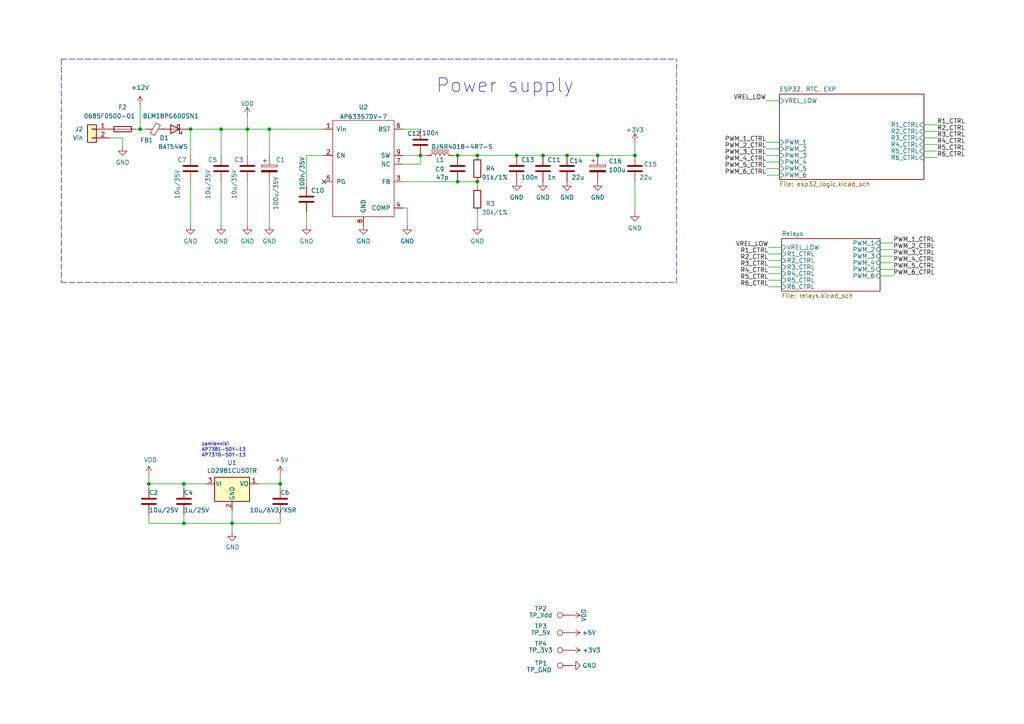
<source format=kicad_sch>
(kicad_sch (version 20211123) (generator eeschema)
  (paper "A4")
  (lib_symbols
    (symbol "Connector:TestPoint" (pin_numbers hide) (pin_names (offset 0.762) hide)
      (property "Reference" "TP" (at 0 6.858 0))
      (property "Value" "TestPoint" (at 0 5.08 0))
      (symbol "TestPoint_0_1"
        (circle (center 0 3.302) (radius 0.762))
      )
      (symbol "TestPoint_1_1"
        (pin passive line (at 0 0 90) (length 2.54) (name "1") (number "1"))
      )
    )
    (symbol "Connector_Generic:Conn_01x02" (pin_names (offset 1.016) hide)
      (property "Reference" "J" (at 0 2.54 0))
      (property "Value" "Conn_01x02" (at 0 -5.08 0))
      (symbol "Conn_01x02_1_1"
        (rectangle (start -1.27 -2.413) (end 0 -2.667) (stroke (width 0.1524)))
        (rectangle (start -1.27 0.127) (end 0 -0.127) (stroke (width 0.1524)))
        (rectangle (start -1.27 1.27) (end 1.27 -3.81) (stroke (width 0.254)) (fill (type background)))
        (pin passive line (at -5.08 0 0) (length 3.81) (name "Pin_1") (number "1"))
        (pin passive line (at -5.08 -2.54 0) (length 3.81) (name "Pin_2") (number "2"))
      )
    )
    (symbol "Device:C" (pin_numbers hide) (pin_names (offset 0.254))
      (property "Reference" "C" (at 0.635 2.54 0))
      (property "Value" "C" (at 0.635 -2.54 0))
      (symbol "C_0_1"
        (polyline (pts (xy -2.032 -0.762) (xy 2.032 -0.762)) (stroke (width 0.508)))
        (polyline (pts (xy -2.032 0.762) (xy 2.032 0.762)) (stroke (width 0.508)))
      )
      (symbol "C_1_1"
        (pin passive line (at 0 3.81 270) (length 2.794) (name "~") (number "1"))
        (pin passive line (at 0 -3.81 90) (length 2.794) (name "~") (number "2"))
      )
    )
    (symbol "Device:C_Polarized" (pin_numbers hide) (pin_names (offset 0.254))
      (property "Reference" "C" (at 0.635 2.54 0))
      (property "Value" "C_Polarized" (at 0.635 -2.54 0))
      (symbol "C_Polarized_0_1"
        (rectangle (start -2.286 0.508) (end 2.286 1.016))
        (polyline (pts (xy -1.778 2.286) (xy -0.762 2.286)))
        (polyline (pts (xy -1.27 2.794) (xy -1.27 1.778)))
        (rectangle (start 2.286 -0.508) (end -2.286 -1.016) (fill (type outline)))
      )
      (symbol "C_Polarized_1_1"
        (pin passive line (at 0 3.81 270) (length 2.794) (name "~") (number "1"))
        (pin passive line (at 0 -3.81 90) (length 2.794) (name "~") (number "2"))
      )
    )
    (symbol "Device:D_Schottky" (pin_numbers hide) (pin_names (offset 1.016) hide)
      (property "Reference" "D" (at 0 2.54 0))
      (property "Value" "D_Schottky" (at 0 -2.54 0))
      (symbol "D_Schottky_0_1"
        (polyline (pts (xy 1.27 0) (xy -1.27 0)))
        (polyline (pts (xy 1.27 1.27) (xy 1.27 -1.27) (xy -1.27 0) (xy 1.27 1.27)) (stroke (width 0.254)))
        (polyline (pts (xy -1.905 0.635) (xy -1.905 1.27) (xy -1.27 1.27) (xy -1.27 -1.27) (xy -0.635 -1.27) (xy -0.635 -0.635)) (stroke (width 0.254)))
      )
      (symbol "D_Schottky_1_1"
        (pin passive line (at -3.81 0 0) (length 2.54) (name "K") (number "1"))
        (pin passive line (at 3.81 0 180) (length 2.54) (name "A") (number "2"))
      )
    )
    (symbol "Device:FerriteBead_Small" (pin_numbers hide) (pin_names (offset 0))
      (property "Reference" "FB" (at 1.905 1.27 0))
      (property "Value" "FerriteBead_Small" (at 1.905 -1.27 0))
      (symbol "FerriteBead_Small_0_1"
        (polyline (pts (xy 0 -1.27) (xy 0 -0.7874)))
        (polyline (pts (xy 0 0.889) (xy 0 1.2954)))
        (polyline (pts (xy -1.8288 0.2794) (xy -1.1176 1.4986) (xy 1.8288 -0.2032) (xy 1.1176 -1.4224) (xy -1.8288 0.2794)))
      )
      (symbol "FerriteBead_Small_1_1"
        (pin passive line (at 0 2.54 270) (length 1.27) (name "~") (number "1"))
        (pin passive line (at 0 -2.54 90) (length 1.27) (name "~") (number "2"))
      )
    )
    (symbol "Device:Fuse" (pin_numbers hide) (pin_names (offset 0))
      (property "Reference" "F" (at 2.032 0 90))
      (property "Value" "Fuse" (at -1.905 0 90))
      (symbol "Fuse_0_1"
        (rectangle (start -0.762 -2.54) (end 0.762 2.54) (stroke (width 0.254)))
        (polyline (pts (xy 0 2.54) (xy 0 -2.54)))
      )
      (symbol "Fuse_1_1"
        (pin passive line (at 0 3.81 270) (length 1.27) (name "~") (number "1"))
        (pin passive line (at 0 -3.81 90) (length 1.27) (name "~") (number "2"))
      )
    )
    (symbol "Device:L_Iron" (pin_numbers hide) (pin_names (offset 1.016) hide)
      (property "Reference" "L" (at -1.27 0 90))
      (property "Value" "L_Iron" (at 2.794 0 90))
      (symbol "L_Iron_0_1"
        (arc (start 0 -2.54) (mid 0.635 -1.905) (end 0 -1.27))
        (arc (start 0 -1.27) (mid 0.635 -0.635) (end 0 0))
        (polyline (pts (xy 1.016 2.54) (xy 1.016 -2.54)))
        (polyline (pts (xy 1.524 -2.54) (xy 1.524 2.54)))
        (arc (start 0 0) (mid 0.635 0.635) (end 0 1.27))
        (arc (start 0 1.27) (mid 0.635 1.905) (end 0 2.54))
      )
      (symbol "L_Iron_1_1"
        (pin passive line (at 0 3.81 270) (length 1.27) (name "1") (number "1"))
        (pin passive line (at 0 -3.81 90) (length 1.27) (name "2") (number "2"))
      )
    )
    (symbol "Device:R" (pin_numbers hide) (pin_names (offset 0))
      (property "Reference" "R" (at 2.032 0 90))
      (property "Value" "R" (at 0 0 90))
      (symbol "R_0_1"
        (rectangle (start -1.016 -2.54) (end 1.016 2.54) (stroke (width 0.254)))
      )
      (symbol "R_1_1"
        (pin passive line (at 0 3.81 270) (length 1.27) (name "~") (number "1"))
        (pin passive line (at 0 -3.81 90) (length 1.27) (name "~") (number "2"))
      )
    )
    (symbol "imd8pbf_v2-rescue:AP7381-50Y-13-PIOTR" (pin_names (offset 0.254))
      (property "Reference" "U" (at -3.81 3.175 0))
      (property "Value" "AP7381-50Y-13-PIOTR" (at 0 3.175 0))
      (symbol "AP7381-50Y-13-PIOTR_0_1"
        (rectangle (start -5.08 -5.08) (end 5.08 1.905) (stroke (width 0.254)) (fill (type background)))
      )
      (symbol "AP7381-50Y-13-PIOTR_1_1"
        (pin power_out line (at 7.62 0 180) (length 2.54) (name "VO") (number "1"))
        (pin power_in line (at 0 -7.62 90) (length 2.54) (name "GND") (number "2"))
        (pin power_in line (at -7.62 0 0) (length 2.54) (name "VI") (number "3"))
      )
    )
    (symbol "piotrf:AP63356_AP63357" (pin_names (offset 1.016))
      (property "Reference" "U" (at 0 0 0))
      (property "Value" "AP63356_AP63357" (at 0 0 0))
      (symbol "AP63356_AP63357_0_1"
        (rectangle (start -8.89 -2.54) (end 8.89 -30.48))
      )
      (symbol "AP63356_AP63357_1_1"
        (pin power_in line (at -11.43 -5.08 0) (length 2.54) (name "Vin") (number "1"))
        (pin input line (at -11.43 -12.7 0) (length 2.54) (name "EN") (number "2"))
        (pin input line (at 11.43 -20.32 180) (length 2.54) (name "FB") (number "3"))
        (pin passive line (at 11.43 -27.94 180) (length 2.54) (name "COMP") (number "4"))
        (pin open_collector line (at -11.43 -20.32 0) (length 2.54) (name "PG") (number "5"))
        (pin input line (at 11.43 -5.08 180) (length 2.54) (name "BST") (number "6"))
        (pin passive line (at 11.43 -15.24 180) (length 2.54) (name "NC") (number "7"))
        (pin power_out line (at 0 -33.02 90) (length 2.54) (name "GND") (number "8"))
        (pin power_out line (at 11.43 -12.7 180) (length 2.54) (name "SW") (number "9"))
      )
    )
    (symbol "power:+12V" (power) (pin_names (offset 0))
      (property "Value" "+12V" (at 0 3.556 0))
      (symbol "+12V_0_1"
        (polyline (pts (xy -0.762 1.27) (xy 0 2.54)))
        (polyline (pts (xy 0 0) (xy 0 2.54)))
        (polyline (pts (xy 0 2.54) (xy 0.762 1.27)))
      )
      (symbol "+12V_1_1"
        (pin power_in line (at 0 0 90) (length 0) hide (name "+12V") (number "1"))
      )
    )
    (symbol "power:+3V3" (power) (pin_names (offset 0))
      (property "Value" "+3V3" (at 0 3.556 0))
      (symbol "+3V3_0_1"
        (polyline (pts (xy -0.762 1.27) (xy 0 2.54)))
        (polyline (pts (xy 0 0) (xy 0 2.54)))
        (polyline (pts (xy 0 2.54) (xy 0.762 1.27)))
      )
      (symbol "+3V3_1_1"
        (pin power_in line (at 0 0 90) (length 0) hide (name "+3V3") (number "1"))
      )
    )
    (symbol "power:+5V" (power) (pin_names (offset 0))
      (property "Value" "+5V" (at 0 3.556 0))
      (symbol "+5V_0_1"
        (polyline (pts (xy -0.762 1.27) (xy 0 2.54)))
        (polyline (pts (xy 0 0) (xy 0 2.54)))
        (polyline (pts (xy 0 2.54) (xy 0.762 1.27)))
      )
      (symbol "+5V_1_1"
        (pin power_in line (at 0 0 90) (length 0) hide (name "+5V") (number "1"))
      )
    )
    (symbol "power:GND" (power) (pin_names (offset 0))
      (property "Value" "GND" (at 0 -3.81 0))
      (symbol "GND_0_1"
        (polyline (pts (xy 0 0) (xy 0 -1.27) (xy 1.27 -1.27) (xy 0 -2.54) (xy -1.27 -1.27) (xy 0 -1.27)))
      )
      (symbol "GND_1_1"
        (pin power_in line (at 0 0 270) (length 0) hide (name "GND") (number "1"))
      )
    )
    (symbol "power:VDD" (power) (pin_names (offset 0))
      (property "Value" "VDD" (at 0 3.81 0))
      (symbol "VDD_0_1"
        (polyline (pts (xy -0.762 1.27) (xy 0 2.54)))
        (polyline (pts (xy 0 0) (xy 0 2.54)))
        (polyline (pts (xy 0 2.54) (xy 0.762 1.27)))
      )
      (symbol "VDD_1_1"
        (pin power_in line (at 0 0 90) (length 0) hide (name "VDD") (number "1"))
      )
    )
  )
  (junction (at 138.43 45.085))
  (junction (at 67.31 151.765))
  (junction (at 43.18 140.335))
  (junction (at 64.135 37.465))
  (junction (at 53.34 140.335))
  (junction (at 173.355 45.085))
  (junction (at 132.715 52.705))
  (junction (at 71.755 37.465))
  (junction (at 81.28 140.335))
  (junction (at 132.715 45.085))
  (junction (at 55.245 37.465))
  (junction (at 138.43 52.705))
  (junction (at 53.34 151.765))
  (junction (at 121.92 45.085))
  (junction (at 164.465 45.085))
  (junction (at 78.105 37.465))
  (junction (at 184.15 45.085))
  (junction (at 40.64 37.465))
  (junction (at 157.48 45.085))
  (junction (at 149.86 45.085))
  (no_connect (at 93.98 52.705))
  (wire (pts (xy 222.25 45.085) (xy 226.06 45.085)))
  (wire (pts (xy 71.755 37.465) (xy 71.755 45.085)))
  (wire (pts (xy 40.64 30.48) (xy 40.64 37.465)))
  (wire (pts (xy 43.18 137.795) (xy 43.18 140.335)))
  (wire (pts (xy 64.135 37.465) (xy 71.755 37.465)))
  (wire (pts (xy 43.18 149.225) (xy 43.18 151.765)))
  (wire (pts (xy 149.86 45.085) (xy 157.48 45.085)))
  (wire (pts (xy 55.245 37.465) (xy 55.245 45.085)))
  (wire (pts (xy 35.56 40.005) (xy 35.56 42.545)))
  (wire (pts (xy 71.755 33.655) (xy 71.755 37.465)))
  (wire (pts (xy 157.48 45.085) (xy 164.465 45.085)))
  (wire (pts (xy 271.78 41.91) (xy 267.97 41.91)))
  (wire (pts (xy 31.75 40.005) (xy 35.56 40.005)))
  (wire (pts (xy 222.25 41.275) (xy 226.06 41.275)))
  (wire (pts (xy 121.92 47.625) (xy 116.84 47.625)))
  (polyline (pts (xy 17.78 81.915) (xy 196.215 81.915)))
  (wire (pts (xy 74.93 140.335) (xy 81.28 140.335)))
  (wire (pts (xy 40.64 37.465) (xy 39.37 37.465)))
  (polyline (pts (xy 17.78 17.145) (xy 17.78 81.915)))
  (wire (pts (xy 259.08 72.39) (xy 255.27 72.39)))
  (wire (pts (xy 81.28 149.225) (xy 81.28 151.765)))
  (wire (pts (xy 222.885 83.185) (xy 226.695 83.185)))
  (wire (pts (xy 271.78 45.72) (xy 267.97 45.72)))
  (wire (pts (xy 121.92 45.085) (xy 123.825 45.085)))
  (wire (pts (xy 222.885 75.565) (xy 226.695 75.565)))
  (wire (pts (xy 71.755 52.705) (xy 71.755 65.405)))
  (wire (pts (xy 67.31 151.765) (xy 67.31 154.305)))
  (wire (pts (xy 88.9 65.405) (xy 88.9 61.595)))
  (wire (pts (xy 222.25 43.18) (xy 226.06 43.18)))
  (wire (pts (xy 259.08 70.485) (xy 255.27 70.485)))
  (wire (pts (xy 222.25 46.99) (xy 226.06 46.99)))
  (wire (pts (xy 222.885 71.755) (xy 226.695 71.755)))
  (wire (pts (xy 271.78 38.1) (xy 267.97 38.1)))
  (wire (pts (xy 271.78 43.815) (xy 267.97 43.815)))
  (polyline (pts (xy 17.78 17.145) (xy 196.215 17.145)))
  (wire (pts (xy 55.245 52.705) (xy 55.245 65.405)))
  (wire (pts (xy 64.135 37.465) (xy 64.135 45.085)))
  (wire (pts (xy 88.9 45.085) (xy 88.9 53.975)))
  (wire (pts (xy 67.31 147.955) (xy 67.31 151.765)))
  (wire (pts (xy 78.105 65.405) (xy 78.105 52.705)))
  (wire (pts (xy 259.08 80.01) (xy 255.27 80.01)))
  (wire (pts (xy 53.34 149.225) (xy 53.34 151.765)))
  (wire (pts (xy 53.34 140.335) (xy 43.18 140.335)))
  (wire (pts (xy 222.25 48.895) (xy 226.06 48.895)))
  (wire (pts (xy 47.625 37.465) (xy 46.99 37.465)))
  (wire (pts (xy 53.34 140.335) (xy 53.34 141.605)))
  (wire (pts (xy 259.08 76.2) (xy 255.27 76.2)))
  (wire (pts (xy 259.08 74.295) (xy 255.27 74.295)))
  (wire (pts (xy 64.135 52.705) (xy 64.135 65.405)))
  (wire (pts (xy 132.715 45.085) (xy 138.43 45.085)))
  (wire (pts (xy 259.08 78.105) (xy 255.27 78.105)))
  (wire (pts (xy 116.84 45.085) (xy 121.92 45.085)))
  (wire (pts (xy 81.28 151.765) (xy 67.31 151.765)))
  (wire (pts (xy 271.78 36.195) (xy 267.97 36.195)))
  (wire (pts (xy 184.15 41.275) (xy 184.15 45.085)))
  (wire (pts (xy 53.34 140.335) (xy 59.69 140.335)))
  (wire (pts (xy 78.105 37.465) (xy 78.105 45.085)))
  (wire (pts (xy 222.885 77.47) (xy 226.695 77.47)))
  (wire (pts (xy 222.25 50.8) (xy 226.06 50.8)))
  (wire (pts (xy 271.78 40.005) (xy 267.97 40.005)))
  (wire (pts (xy 138.43 61.595) (xy 138.43 65.405)))
  (wire (pts (xy 118.11 60.325) (xy 118.11 65.405)))
  (wire (pts (xy 173.355 45.085) (xy 184.15 45.085)))
  (wire (pts (xy 222.885 73.66) (xy 226.695 73.66)))
  (wire (pts (xy 55.245 37.465) (xy 64.135 37.465)))
  (wire (pts (xy 93.98 45.085) (xy 88.9 45.085)))
  (wire (pts (xy 222.885 81.28) (xy 226.695 81.28)))
  (wire (pts (xy 222.885 79.375) (xy 226.695 79.375)))
  (wire (pts (xy 53.34 151.765) (xy 43.18 151.765)))
  (wire (pts (xy 131.445 45.085) (xy 132.715 45.085)))
  (wire (pts (xy 81.28 140.335) (xy 81.28 137.795)))
  (wire (pts (xy 132.715 52.705) (xy 138.43 52.705)))
  (wire (pts (xy 164.465 45.085) (xy 173.355 45.085)))
  (wire (pts (xy 184.15 52.705) (xy 184.15 61.595)))
  (wire (pts (xy 71.755 37.465) (xy 78.105 37.465)))
  (wire (pts (xy 138.43 52.705) (xy 138.43 53.975)))
  (wire (pts (xy 40.64 37.465) (xy 42.545 37.465)))
  (wire (pts (xy 121.92 45.085) (xy 121.92 47.625)))
  (wire (pts (xy 116.84 52.705) (xy 132.715 52.705)))
  (wire (pts (xy 78.105 37.465) (xy 93.98 37.465)))
  (wire (pts (xy 81.28 140.335) (xy 81.28 141.605)))
  (wire (pts (xy 53.34 151.765) (xy 67.31 151.765)))
  (wire (pts (xy 43.18 140.335) (xy 43.18 141.605)))
  (wire (pts (xy 54.61 37.465) (xy 55.245 37.465)))
  (polyline (pts (xy 196.215 81.915) (xy 196.215 17.145)))
  (wire (pts (xy 222.25 29.21) (xy 226.06 29.21)))
  (wire (pts (xy 116.84 60.325) (xy 118.11 60.325)))
  (wire (pts (xy 116.84 37.465) (xy 121.92 37.465)))
  (wire (pts (xy 138.43 45.085) (xy 149.86 45.085)))
  (text "zamienniki \nAP7381-50Y-13\nAP7370-50Y-13" (at 58.42 132.715 0) (effects (font (size 0.9906 0.9906)) (justify left bottom)))
  (text "Power supply" (at 126.365 27.305 0) (effects (font (size 4 4)) (justify left bottom)))
  (label "PWM_1_CTRL" (at 259.08 70.485 0))
  (label "PWM_5_CTRL" (at 222.25 48.895 180))
  (label "R3_CTRL" (at 222.885 77.47 180))
  (label "PWM_3_CTRL" (at 259.08 74.295 0))
  (label "PWM_2_CTRL" (at 259.08 72.39 0))
  (label "R2_CTRL" (at 271.78 38.1 0))
  (label "PWM_5_CTRL" (at 259.08 78.105 0))
  (label "PWM_6_CTRL" (at 259.08 80.01 0))
  (label "PWM_6_CTRL" (at 222.25 50.8 180))
  (label "PWM_1_CTRL" (at 222.25 41.275 180))
  (label "PWM_2_CTRL" (at 222.25 43.18 180))
  (label "R1_CTRL" (at 222.885 73.66 180))
  (label "R4_CTRL" (at 222.885 79.375 180))
  (label "VREL_LOW" (at 222.885 71.755 180))
  (label "R5_CTRL" (at 222.885 81.28 180))
  (label "PWM_4_CTRL" (at 222.25 46.99 180))
  (label "R3_CTRL" (at 271.78 40.005 0))
  (label "R6_CTRL" (at 222.885 83.185 180))
  (label "R5_CTRL" (at 271.78 43.815 0))
  (label "R6_CTRL" (at 271.78 45.72 0))
  (label "PWM_3_CTRL" (at 222.25 45.085 180))
  (label "R1_CTRL" (at 271.78 36.195 0))
  (label "PWM_4_CTRL" (at 259.08 76.2 0))
  (label "R2_CTRL" (at 222.885 75.565 180))
  (label "VREL_LOW" (at 222.25 29.21 180))
  (label "R4_CTRL" (at 271.78 41.91 0))
  (symbol (lib_id "Connector:TestPoint") (at 165.735 178.435 90) (unit 1) (in_bom no)
    (property "Reference" "TP2" (at 156.845 176.53 90))
    (property "Value" "TP_Vdd" (at 156.845 178.435 90))
    (property "Footprint" "TestPoint:TestPoint_THTPad_D1.0mm_Drill0.5mm" (effects hide))
  )
  (symbol (lib_id "power:+3V3") (at 165.735 188.595 270) (unit 1)
    (property "Reference" "#PWR0106" (effects hide))
    (property "Value" "+3V3" (at 168.91 188.5949 90) (effects (justify left)))
  )
  (symbol (lib_id "Device:C") (at 121.92 41.275 0) (unit 1)
    (property "Reference" "C12" (at 118.11 38.735 0) (effects (justify left)))
    (property "Value" "100n" (at 122.352 38.5687 0) (effects (justify left)))
    (property "Footprint" "Capacitor_SMD:C_0603_1608Metric" (effects hide))
  )
  (symbol (lib_id "power:GND") (at 165.735 193.04 90) (unit 1)
    (property "Reference" "#PWR0107" (effects hide))
    (property "Value" "GND" (at 168.91 193.0399 90) (effects (justify right)))
  )
  (symbol (lib_id "imd8pbf_v2-rescue:AP7381-50Y-13-PIOTR") (at 67.31 140.335 0) (unit 1)
    (property "Reference" "U1" (at 67.31 134.1882 0))
    (property "Value" "LD2981CU50TR" (at 67.31 136.4996 0))
    (property "Footprint" "Package_TO_SOT_SMD:SOT-89-3" (effects hide))
    (property "Datasheet" "https://www.diodes.com/assets/Datasheets/AP7381.pdf" (effects hide))
  )
  (symbol (lib_id "power:GND") (at 55.245 65.405 0) (unit 1)
    (property "Reference" "#PWR0117" (effects hide))
    (property "Value" "GND" (at 55.245 69.9675 0))
  )
  (symbol (lib_id "Device:C") (at 55.245 48.895 0) (unit 1)
    (property "Reference" "C7" (at 51.435 46.355 0) (effects (justify left)))
    (property "Value" "10u/35V" (at 51.435 57.785 90) (effects (justify left)))
    (property "Footprint" "Capacitor_SMD:C_1206_3216Metric" (effects hide))
  )
  (symbol (lib_id "power:VDD") (at 165.735 178.435 270) (unit 1)
    (property "Reference" "#PWR0108" (effects hide))
    (property "Value" "VDD" (at 169.3395 178.435 0))
  )
  (symbol (lib_id "power:GND") (at 173.355 52.705 0) (unit 1)
    (property "Reference" "#PWR0225" (effects hide))
    (property "Value" "GND" (at 173.355 57.2675 0))
  )
  (symbol (lib_id "power:GND") (at 118.11 65.405 0) (unit 1)
    (property "Reference" "#PWR0115" (effects hide))
    (property "Value" "GND" (at 118.11 69.9675 0))
  )
  (symbol (lib_id "power:GND") (at 149.86 52.705 0) (unit 1)
    (property "Reference" "#PWR0102" (effects hide))
    (property "Value" "GND" (at 149.86 57.2675 0))
  )
  (symbol (lib_id "power:VDD") (at 71.755 33.655 0) (unit 1)
    (property "Reference" "#PWR0112" (effects hide))
    (property "Value" "VDD" (at 71.755 30.0505 0))
  )
  (symbol (lib_id "Device:R") (at 138.43 48.895 180) (unit 1)
    (property "Reference" "R4" (at 142.24 48.895 0))
    (property "Value" "91k/1%" (at 143.51 51.435 0))
    (property "Footprint" "Resistor_SMD:R_0603_1608Metric_Pad0.98x0.95mm_HandSolder" (effects hide))
  )
  (symbol (lib_id "Device:R") (at 138.43 57.785 180) (unit 1)
    (property "Reference" "R3" (at 142.24 59.055 0))
    (property "Value" "30k/1%" (at 143.51 61.595 0))
    (property "Footprint" "Resistor_SMD:R_0603_1608Metric_Pad0.98x0.95mm_HandSolder" (effects hide))
  )
  (symbol (lib_id "Device:C") (at 164.465 48.895 0) (unit 1)
    (property "Reference" "C14" (at 165.1063 46.6545 0) (effects (justify left)))
    (property "Value" "22u" (at 165.735 51.435 0) (effects (justify left)))
    (property "Footprint" "Capacitor_SMD:C_0805_2012Metric" (effects hide))
  )
  (symbol (lib_id "Device:C_Polarized") (at 78.105 48.895 0) (unit 1)
    (property "Reference" "C1" (at 80.01 46.355 0) (effects (justify left)))
    (property "Value" "100u/35V" (at 80.01 60.96 90) (effects (justify left)))
    (property "Footprint" "Capacitor_SMD:CP_Elec_6.3x5.4" (effects hide))
  )
  (symbol (lib_id "power:GND") (at 78.105 65.405 0) (unit 1)
    (property "Reference" "#PWR0223" (effects hide))
    (property "Value" "GND" (at 78.105 69.9675 0))
  )
  (symbol (lib_id "Connector:TestPoint") (at 165.735 188.595 90) (unit 1) (in_bom no)
    (property "Reference" "TP4" (at 156.845 186.69 90))
    (property "Value" "TP_3V3" (at 156.845 188.595 90))
    (property "Footprint" "TestPoint:TestPoint_THTPad_D1.0mm_Drill0.5mm" (effects hide))
  )
  (symbol (lib_id "Device:L_Iron") (at 127.635 45.085 90) (unit 1)
    (property "Reference" "L1" (at 127.635 46.355 90))
    (property "Value" "DJNR4018-4R7-S" (at 133.985 42.545 90))
    (property "Footprint" "Inductor_SMD:L_Bourns-SRN4018" (effects hide))
  )
  (symbol (lib_id "power:+3V3") (at 184.15 41.275 0) (unit 1)
    (property "Reference" "#PWR0110" (effects hide))
    (property "Value" "+3V3" (at 184.15 37.6705 0))
  )
  (symbol (lib_id "power:GND") (at 184.15 61.595 0) (unit 1)
    (property "Reference" "#PWR0111" (effects hide))
    (property "Value" "GND" (at 184.15 66.1575 0))
  )
  (symbol (lib_id "Device:C_Polarized") (at 173.355 48.895 0) (unit 1)
    (property "Reference" "C16" (at 176.53 46.7359 0) (effects (justify left)))
    (property "Value" "100u" (at 176.53 49.2759 0) (effects (justify left)))
    (property "Footprint" "Capacitor_SMD:CP_Elec_6.3x5.4" (effects hide))
  )
  (symbol (lib_id "power:GND") (at 138.43 65.405 0) (unit 1)
    (property "Reference" "#PWR0116" (effects hide))
    (property "Value" "GND" (at 138.43 69.9675 0))
  )
  (symbol (lib_id "Connector:TestPoint") (at 165.735 193.04 90) (unit 1) (in_bom no)
    (property "Reference" "TP1" (at 158.75 192.405 90) (effects (justify left)))
    (property "Value" "TP_GND" (at 160.02 194.3099 90) (effects (justify left)))
    (property "Footprint" "TestPoint:TestPoint_THTPad_D1.0mm_Drill0.5mm" (effects hide))
  )
  (symbol (lib_id "Device:C") (at 184.15 48.895 0) (unit 1)
    (property "Reference" "C15" (at 186.69 47.625 0) (effects (justify left)))
    (property "Value" "22u" (at 185.42 51.435 0) (effects (justify left)))
    (property "Footprint" "Capacitor_SMD:C_0805_2012Metric" (effects hide))
  )
  (symbol (lib_id "power:GND") (at 35.56 42.545 0) (mirror y) (unit 1)
    (property "Reference" "#PWR0119" (effects hide))
    (property "Value" "GND" (at 35.56 47.1075 0))
  )
  (symbol (lib_id "power:+5V") (at 165.735 183.515 270) (unit 1)
    (property "Reference" "#PWR0105" (effects hide))
    (property "Value" "+5V" (at 170.815 183.515 90))
  )
  (symbol (lib_id "Device:FerriteBead_Small") (at 45.085 37.465 90) (unit 1)
    (property "Reference" "FB1" (at 42.545 40.64 90))
    (property "Value" "BLM18PG600SN1" (at 49.53 33.655 90))
    (property "Footprint" "Inductor_SMD:L_0603_1608Metric" (effects hide))
  )
  (symbol (lib_id "Device:Fuse") (at 35.56 37.465 90) (mirror x) (unit 1)
    (property "Reference" "F2" (at 35.56 31.115 90))
    (property "Value" "0685F0500-01" (at 31.75 33.655 90))
    (property "Footprint" "Fuse:Fuse_1206_3216Metric" (effects hide))
  )
  (symbol (lib_id "power:+5V") (at 81.28 137.795 0) (unit 1)
    (property "Reference" "#PWR0104" (effects hide))
    (property "Value" "+5V" (at 81.661 133.4008 0))
  )
  (symbol (lib_id "power:+12V") (at 40.64 30.48 0) (mirror y) (unit 1)
    (property "Reference" "#PWR0120" (effects hide))
    (property "Value" "+12V" (at 40.64 25.4 0))
  )
  (symbol (lib_id "Device:C") (at 81.28 145.415 0) (unit 1)
    (property "Reference" "C6" (at 81.28 142.875 0) (effects (justify left)))
    (property "Value" "10u/6V3/X5R" (at 72.39 147.955 0) (effects (justify left)))
    (property "Footprint" "Capacitor_SMD:C_0603_1608Metric" (effects hide))
  )
  (symbol (lib_id "Device:C") (at 132.715 48.895 0) (unit 1)
    (property "Reference" "C9" (at 126.2011 49.0933 0) (effects (justify left)))
    (property "Value" "47p" (at 126.365 51.435 0) (effects (justify left)))
    (property "Footprint" "Capacitor_SMD:C_0603_1608Metric" (effects hide))
  )
  (symbol (lib_id "Connector_Generic:Conn_01x02") (at 26.67 37.465 0) (mirror y) (unit 1)
    (property "Reference" "J2" (at 24.13 37.4649 0) (effects (justify left)))
    (property "Value" "Vin" (at 24.13 40.0049 0) (effects (justify left)))
    (property "Footprint" "Connector_Phoenix_MSTB:PhoenixContact_MSTBA_2,5_2-G-5,08_1x02_P5.08mm_Horizontal" (effects hide))
  )
  (symbol (lib_id "Device:C") (at 71.755 48.895 0) (unit 1)
    (property "Reference" "C3" (at 67.945 46.355 0) (effects (justify left)))
    (property "Value" "10u/35V" (at 67.945 57.785 90) (effects (justify left)))
    (property "Footprint" "Capacitor_SMD:C_1206_3216Metric" (effects hide))
  )
  (symbol (lib_id "power:GND") (at 64.135 65.405 0) (unit 1)
    (property "Reference" "#PWR0118" (effects hide))
    (property "Value" "GND" (at 64.135 69.9675 0))
  )
  (symbol (lib_id "Device:C") (at 149.86 48.895 0) (unit 1)
    (property "Reference" "C13" (at 151.13 46.355 0) (effects (justify left)))
    (property "Value" "100n" (at 151.13 51.435 0) (effects (justify left)))
    (property "Footprint" "Capacitor_SMD:C_0603_1608Metric" (effects hide))
  )
  (symbol (lib_id "power:VDD") (at 43.18 137.795 0) (unit 1)
    (property "Reference" "#PWR0109" (effects hide))
    (property "Value" "VDD" (at 43.6118 133.4008 0))
  )
  (symbol (lib_id "power:GND") (at 88.9 65.405 0) (unit 1)
    (property "Reference" "#PWR0114" (effects hide))
    (property "Value" "GND" (at 88.9 69.9675 0))
  )
  (symbol (lib_id "Connector:TestPoint") (at 165.735 183.515 90) (unit 1) (in_bom no)
    (property "Reference" "TP3" (at 156.845 181.61 90))
    (property "Value" "TP_5V" (at 156.845 183.515 90))
    (property "Footprint" "TestPoint:TestPoint_THTPad_D1.0mm_Drill0.5mm" (effects hide))
  )
  (symbol (lib_id "power:GND") (at 71.755 65.405 0) (unit 1)
    (property "Reference" "#PWR0121" (effects hide))
    (property "Value" "GND" (at 71.755 69.9675 0))
  )
  (symbol (lib_id "power:GND") (at 105.41 65.405 0) (unit 1)
    (property "Reference" "#PWR0113" (effects hide))
    (property "Value" "GND" (at 105.41 69.9675 0))
  )
  (symbol (lib_id "Device:C") (at 88.9 57.785 0) (unit 1)
    (property "Reference" "C10" (at 90.17 55.245 0) (effects (justify left)))
    (property "Value" "100n/35V" (at 87.63 55.245 90) (effects (justify left)))
    (property "Footprint" "Capacitor_SMD:C_0603_1608Metric" (effects hide))
  )
  (symbol (lib_id "piotrf:AP63356_AP63357") (at 105.41 32.385 0) (unit 1)
    (property "Reference" "U2" (at 105.41 31.0855 0))
    (property "Value" "AP63357DV-7" (at 105.41 33.8606 0))
    (property "Footprint" "SIM:V-DFN3020-13_Type_A_grid_stencil" (effects hide))
  )
  (symbol (lib_id "Device:C") (at 157.48 48.895 0) (unit 1)
    (property "Reference" "C11" (at 158.75 46.355 0) (effects (justify left)))
    (property "Value" "1n" (at 158.75 51.435 0) (effects (justify left)))
    (property "Footprint" "Capacitor_SMD:C_0603_1608Metric" (effects hide))
  )
  (symbol (lib_id "Device:D_Schottky") (at 50.8 37.465 180) (unit 1)
    (property "Reference" "D1" (at 47.625 40.005 0))
    (property "Value" "BAT54WS" (at 50.165 42.545 0))
    (property "Footprint" "Package_TO_SOT_SMD:SOT-23" (effects hide))
  )
  (symbol (lib_id "Device:C") (at 43.18 145.415 0) (unit 1)
    (property "Reference" "C2" (at 43.18 142.875 0) (effects (justify left)))
    (property "Value" "10u/25V" (at 43.18 147.955 0) (effects (justify left)))
    (property "Footprint" "Capacitor_SMD:C_0805_2012Metric" (effects hide))
  )
  (symbol (lib_id "power:GND") (at 164.465 52.705 0) (unit 1)
    (property "Reference" "#PWR0101" (effects hide))
    (property "Value" "GND" (at 164.465 57.2675 0))
  )
  (symbol (lib_id "Device:C") (at 53.34 145.415 0) (unit 1)
    (property "Reference" "C4" (at 53.34 142.875 0) (effects (justify left)))
    (property "Value" "1u/25V" (at 53.34 147.955 0) (effects (justify left)))
    (property "Footprint" "Capacitor_SMD:C_0603_1608Metric" (effects hide))
  )
  (symbol (lib_id "power:GND") (at 67.31 154.305 0) (unit 1)
    (property "Reference" "#PWR0103" (effects hide))
    (property "Value" "GND" (at 67.437 158.6992 0))
  )
  (symbol (lib_id "power:GND") (at 157.48 52.705 0) (unit 1)
    (property "Reference" "#PWR0224" (effects hide))
    (property "Value" "GND" (at 157.48 57.2675 0))
  )
  (symbol (lib_id "Device:C") (at 64.135 48.895 0) (unit 1)
    (property "Reference" "C5" (at 60.325 46.355 0) (effects (justify left)))
    (property "Value" "10u/35V" (at 60.325 57.785 90) (effects (justify left)))
    (property "Footprint" "Capacitor_SMD:C_1206_3216Metric" (effects hide))
  )
  (sheet (at 226.06 27.305) (size 41.91 24.765) (stroke (width 0.1524))
    (property "Sheet name" "ESP32, RTC, EXP" (at 226.06 26.5934 0) (effects (justify left bottom)))
    (property "Sheet file" "esp32_logic.kicad_sch" (at 226.06 52.6546 0) (effects (justify left top)))
    (pin "VREL_LOW" input (at 226.06 29.21 180))
    (pin "PWM_3" input (at 226.06 45.085 180))
    (pin "PWM_1" input (at 226.06 41.275 180))
    (pin "PWM_2" input (at 226.06 43.18 180))
    (pin "PWM_4" input (at 226.06 46.99 180))
    (pin "PWM_5" input (at 226.06 48.895 180))
    (pin "PWM_6" input (at 226.06 50.8 180))
    (pin "R3_CTRL" input (at 267.97 40.005 0))
    (pin "R4_CTRL" input (at 267.97 41.91 0))
    (pin "R2_CTRL" input (at 267.97 38.1 0))
    (pin "R1_CTRL" input (at 267.97 36.195 0))
    (pin "R6_CTRL" input (at 267.97 45.72 0))
    (pin "R5_CTRL" input (at 267.97 43.815 0))
  )
  (sheet (at 226.695 69.215) (size 28.575 15.24) (stroke (width 0.1524))
    (property "Sheet name" "Relays" (at 226.695 68.5034 0) (effects (justify left bottom)))
    (property "Sheet file" "relays.kicad_sch" (at 226.695 85.0396 0) (effects (justify left top)))
    (pin "R4_CTRL" input (at 226.695 79.375 180))
    (pin "R3_CTRL" input (at 226.695 77.47 180))
    (pin "R2_CTRL" input (at 226.695 75.565 180))
    (pin "VREL_LOW" input (at 226.695 71.755 180))
    (pin "R1_CTRL" input (at 226.695 73.66 180))
    (pin "PWM_5" input (at 255.27 78.105 0))
    (pin "PWM_4" input (at 255.27 76.2 0))
    (pin "PWM_3" input (at 255.27 74.295 0))
    (pin "R6_CTRL" input (at 226.695 83.185 180))
    (pin "PWM_6" input (at 255.27 80.01 0))
    (pin "PWM_1" input (at 255.27 70.485 0))
    (pin "R5_CTRL" input (at 226.695 81.28 180))
    (pin "PWM_2" input (at 255.27 72.39 0))
  )
)
</source>
